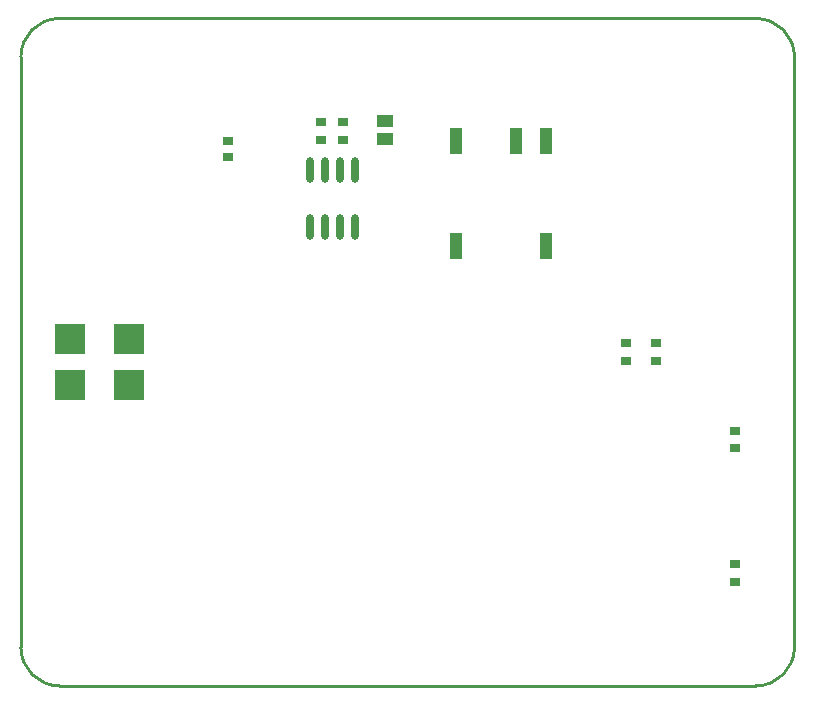
<source format=gtp>
G04 Layer_Color=8421504*
%FSLAX25Y25*%
%MOIN*%
G70*
G01*
G75*
%ADD10R,0.10039X0.09843*%
%ADD11R,0.03543X0.02756*%
%ADD12R,0.03937X0.09055*%
%ADD13O,0.02362X0.08661*%
%ADD14R,0.05512X0.04331*%
%ADD15R,0.03543X0.03150*%
%ADD24C,0.00965*%
D10*
X385138Y230709D02*
D03*
X365256D02*
D03*
X385138Y246063D02*
D03*
X365256D02*
D03*
D11*
X587008Y209646D02*
D03*
Y215551D02*
D03*
Y165157D02*
D03*
Y171063D02*
D03*
X456299Y318307D02*
D03*
Y312402D02*
D03*
X449213Y318307D02*
D03*
Y312402D02*
D03*
X560630Y238779D02*
D03*
Y244685D02*
D03*
X550787Y238779D02*
D03*
Y244685D02*
D03*
D12*
X514055Y311988D02*
D03*
X494055Y276988D02*
D03*
Y311988D02*
D03*
X524055Y276988D02*
D03*
Y311988D02*
D03*
D13*
X445256Y283465D02*
D03*
X450256D02*
D03*
X455256D02*
D03*
X460256D02*
D03*
X445256Y302362D02*
D03*
X450256D02*
D03*
X455256D02*
D03*
X460256D02*
D03*
D14*
X470472Y312795D02*
D03*
Y318701D02*
D03*
D15*
X418110Y306693D02*
D03*
Y312205D02*
D03*
D24*
X594095Y130512D02*
G03*
X606890Y143307I0J12795D01*
G01*
X349016D02*
G03*
X361811Y130512I12795J0D01*
G01*
Y352953D02*
G03*
X349016Y340158I0J-12795D01*
G01*
X606890Y340158D02*
G03*
X594095Y352953I-12795J0D01*
G01*
X349016Y143307D02*
Y340158D01*
X361811Y352953D02*
X594095D01*
X606890Y143307D02*
Y340158D01*
X361811Y130512D02*
X594095D01*
M02*

</source>
